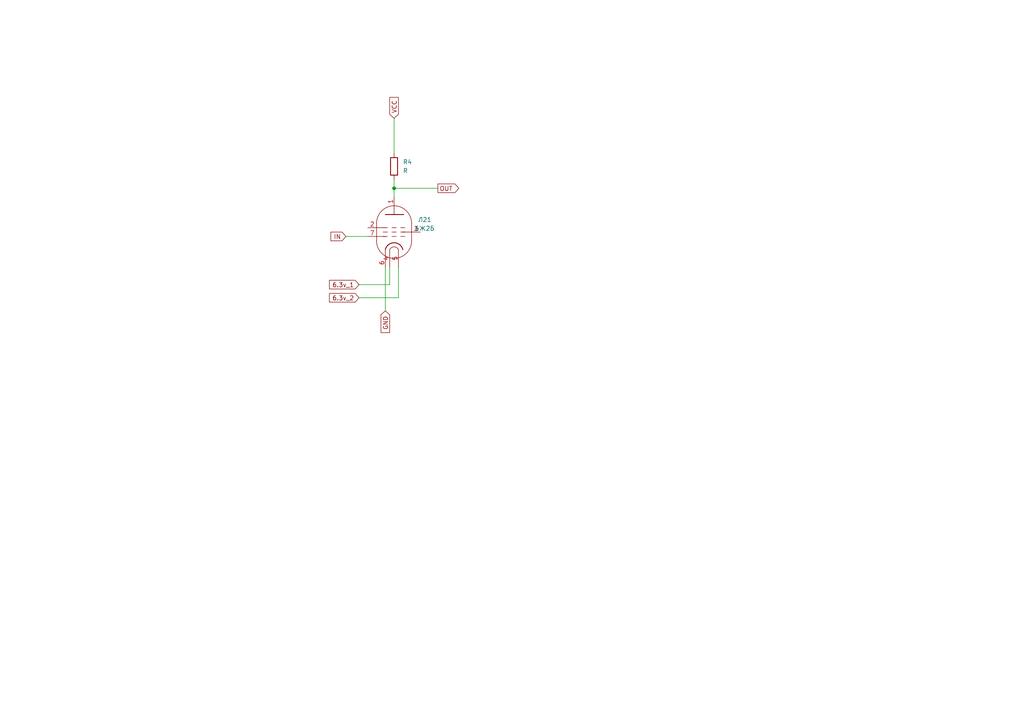
<source format=kicad_sch>
(kicad_sch
	(version 20231120)
	(generator "eeschema")
	(generator_version "8.0")
	(uuid "860c072e-a819-4afe-b56e-b8a8114f45fe")
	(paper "A4")
	(lib_symbols
		(symbol "Device:R"
			(pin_numbers hide)
			(pin_names
				(offset 0)
			)
			(exclude_from_sim no)
			(in_bom yes)
			(on_board yes)
			(property "Reference" "R"
				(at 2.032 0 90)
				(effects
					(font
						(size 1.27 1.27)
					)
				)
			)
			(property "Value" "R"
				(at 0 0 90)
				(effects
					(font
						(size 1.27 1.27)
					)
				)
			)
			(property "Footprint" ""
				(at -1.778 0 90)
				(effects
					(font
						(size 1.27 1.27)
					)
					(hide yes)
				)
			)
			(property "Datasheet" "~"
				(at 0 0 0)
				(effects
					(font
						(size 1.27 1.27)
					)
					(hide yes)
				)
			)
			(property "Description" "Resistor"
				(at 0 0 0)
				(effects
					(font
						(size 1.27 1.27)
					)
					(hide yes)
				)
			)
			(property "ki_keywords" "R res resistor"
				(at 0 0 0)
				(effects
					(font
						(size 1.27 1.27)
					)
					(hide yes)
				)
			)
			(property "ki_fp_filters" "R_*"
				(at 0 0 0)
				(effects
					(font
						(size 1.27 1.27)
					)
					(hide yes)
				)
			)
			(symbol "R_0_1"
				(rectangle
					(start -1.016 -2.54)
					(end 1.016 2.54)
					(stroke
						(width 0.254)
						(type default)
					)
					(fill
						(type none)
					)
				)
			)
			(symbol "R_1_1"
				(pin passive line
					(at 0 3.81 270)
					(length 1.27)
					(name "~"
						(effects
							(font
								(size 1.27 1.27)
							)
						)
					)
					(number "1"
						(effects
							(font
								(size 1.27 1.27)
							)
						)
					)
				)
				(pin passive line
					(at 0 -3.81 90)
					(length 1.27)
					(name "~"
						(effects
							(font
								(size 1.27 1.27)
							)
						)
					)
					(number "2"
						(effects
							(font
								(size 1.27 1.27)
							)
						)
					)
				)
			)
		)
		(symbol "vacuum_tube:6Ж2Б"
			(pin_names
				(offset 0) hide)
			(exclude_from_sim no)
			(in_bom yes)
			(on_board yes)
			(property "Reference" "Л"
				(at 3.302 7.874 0)
				(effects
					(font
						(size 1.27 1.27)
					)
				)
			)
			(property "Value" "6Ж2Б"
				(at 8.89 -7.62 0)
				(effects
					(font
						(size 1.27 1.27)
					)
				)
			)
			(property "Footprint" ""
				(at 6.858 -10.16 0)
				(effects
					(font
						(size 1.27 1.27)
					)
					(hide yes)
				)
			)
			(property "Datasheet" ""
				(at 0 0 0)
				(effects
					(font
						(size 1.27 1.27)
					)
					(hide yes)
				)
			)
			(property "Description" "Pentode"
				(at 0 0 0)
				(effects
					(font
						(size 1.27 1.27)
					)
					(hide yes)
				)
			)
			(property "ki_keywords" "pentode valve"
				(at 0 0 0)
				(effects
					(font
						(size 1.27 1.27)
					)
					(hide yes)
				)
			)
			(property "ki_fp_filters" "VALVE*NOVAL*P*"
				(at 0 0 0)
				(effects
					(font
						(size 1.27 1.27)
					)
					(hide yes)
				)
			)
			(symbol "6Ж2Б_0_1"
				(arc
					(start -5.08 -2.54)
					(mid 0 -7.5979)
					(end 5.08 -2.54)
					(stroke
						(width 0)
						(type default)
					)
					(fill
						(type none)
					)
				)
				(polyline
					(pts
						(xy 5.08 2.54) (xy 5.08 -2.54)
					)
					(stroke
						(width 0)
						(type default)
					)
					(fill
						(type none)
					)
				)
				(polyline
					(pts
						(xy -5.08 2.54) (xy -5.08 -2.54) (xy -5.08 -2.54)
					)
					(stroke
						(width 0)
						(type default)
					)
					(fill
						(type none)
					)
				)
				(arc
					(start 5.08 2.54)
					(mid 0 7.5979)
					(end -5.08 2.54)
					(stroke
						(width 0)
						(type default)
					)
					(fill
						(type none)
					)
				)
			)
			(symbol "6Ж2Б_1_0"
				(polyline
					(pts
						(xy -2.54 -5.08) (xy -2.54 -7.62)
					)
					(stroke
						(width 0)
						(type default)
					)
					(fill
						(type none)
					)
				)
				(polyline
					(pts
						(xy 0 5.08) (xy 0 7.62)
					)
					(stroke
						(width 0)
						(type default)
					)
					(fill
						(type none)
					)
				)
			)
			(symbol "6Ж2Б_1_1"
				(polyline
					(pts
						(xy -5.08 -1.27) (xy -2.54 -1.27)
					)
					(stroke
						(width 0)
						(type default)
					)
					(fill
						(type none)
					)
				)
				(polyline
					(pts
						(xy -5.08 1.27) (xy -2.54 1.27)
					)
					(stroke
						(width 0)
						(type default)
					)
					(fill
						(type none)
					)
				)
				(polyline
					(pts
						(xy -1.905 -1.27) (xy -3.175 -1.27)
					)
					(stroke
						(width 0.1524)
						(type default)
					)
					(fill
						(type none)
					)
				)
				(polyline
					(pts
						(xy -1.905 0) (xy -3.175 0)
					)
					(stroke
						(width 0.1524)
						(type default)
					)
					(fill
						(type none)
					)
				)
				(polyline
					(pts
						(xy -1.905 1.27) (xy -3.175 1.27)
					)
					(stroke
						(width 0.1524)
						(type default)
					)
					(fill
						(type none)
					)
				)
				(polyline
					(pts
						(xy -0.635 -1.27) (xy 0.635 -1.27)
					)
					(stroke
						(width 0.1524)
						(type default)
					)
					(fill
						(type none)
					)
				)
				(polyline
					(pts
						(xy -0.635 0) (xy 0.635 0)
					)
					(stroke
						(width 0.1524)
						(type default)
					)
					(fill
						(type none)
					)
				)
				(polyline
					(pts
						(xy -0.635 1.27) (xy 0.635 1.27)
					)
					(stroke
						(width 0.1524)
						(type default)
					)
					(fill
						(type none)
					)
				)
				(polyline
					(pts
						(xy 1.905 -1.27) (xy 3.175 -1.27)
					)
					(stroke
						(width 0.1524)
						(type default)
					)
					(fill
						(type none)
					)
				)
				(polyline
					(pts
						(xy 1.905 0) (xy 3.175 0)
					)
					(stroke
						(width 0.1524)
						(type default)
					)
					(fill
						(type none)
					)
				)
				(polyline
					(pts
						(xy 1.905 1.27) (xy 3.175 1.27)
					)
					(stroke
						(width 0.1524)
						(type default)
					)
					(fill
						(type none)
					)
				)
				(polyline
					(pts
						(xy 2.54 0) (xy 5.08 0)
					)
					(stroke
						(width 0)
						(type default)
					)
					(fill
						(type none)
					)
				)
				(polyline
					(pts
						(xy -2.54 5.08) (xy 2.794 5.08) (xy 2.794 5.08)
					)
					(stroke
						(width 0.254)
						(type default)
					)
					(fill
						(type none)
					)
				)
				(arc
					(start 1.27 -5.08)
					(mid 0 -4.2951)
					(end -1.27 -5.08)
					(stroke
						(width 0)
						(type default)
					)
					(fill
						(type none)
					)
				)
				(arc
					(start 2.54 -5.08)
					(mid 0 -3.0968)
					(end -2.54 -5.08)
					(stroke
						(width 0.254)
						(type default)
					)
					(fill
						(type none)
					)
				)
				(pin output line
					(at 0 10.16 270)
					(length 2.54)
					(name "A"
						(effects
							(font
								(size 1.27 1.27)
							)
						)
					)
					(number "1"
						(effects
							(font
								(size 1.27 1.27)
							)
						)
					)
				)
				(pin input line
					(at -7.62 1.27 0)
					(length 2.54)
					(name "G3"
						(effects
							(font
								(size 1.27 1.27)
							)
						)
					)
					(number "2"
						(effects
							(font
								(size 1.27 1.27)
							)
						)
					)
				)
				(pin input line
					(at 7.62 0 180)
					(length 2.54)
					(name "G"
						(effects
							(font
								(size 1.27 1.27)
							)
						)
					)
					(number "3"
						(effects
							(font
								(size 1.27 1.27)
							)
						)
					)
				)
				(pin power_in line
					(at -1.27 -10.16 90)
					(length 5.08)
					(name "F1"
						(effects
							(font
								(size 1.27 1.27)
							)
						)
					)
					(number "4"
						(effects
							(font
								(size 1.27 1.27)
							)
						)
					)
				)
				(pin power_in line
					(at 1.27 -10.16 90)
					(length 5.08)
					(name "F1"
						(effects
							(font
								(size 1.27 1.27)
							)
						)
					)
					(number "5"
						(effects
							(font
								(size 1.27 1.27)
							)
						)
					)
				)
				(pin bidirectional line
					(at -2.54 -10.16 90)
					(length 2.54)
					(name "K"
						(effects
							(font
								(size 1.27 1.27)
							)
						)
					)
					(number "6"
						(effects
							(font
								(size 1.27 1.27)
							)
						)
					)
				)
				(pin input line
					(at -7.62 -1.27 0)
					(length 2.54)
					(name "G1"
						(effects
							(font
								(size 1.27 1.27)
							)
						)
					)
					(number "7"
						(effects
							(font
								(size 1.27 1.27)
							)
						)
					)
				)
			)
		)
	)
	(junction
		(at 114.3 54.61)
		(diameter 0)
		(color 0 0 0 0)
		(uuid "f16f19c5-3218-470f-a93d-9624f5eb2e88")
	)
	(wire
		(pts
			(xy 104.14 82.55) (xy 113.03 82.55)
		)
		(stroke
			(width 0)
			(type default)
		)
		(uuid "1f5ccffc-e126-4df7-bd47-71867c20b9f1")
	)
	(wire
		(pts
			(xy 114.3 54.61) (xy 127 54.61)
		)
		(stroke
			(width 0)
			(type default)
		)
		(uuid "29874212-c05b-47d8-9a19-056d834a9648")
	)
	(wire
		(pts
			(xy 104.14 86.36) (xy 115.57 86.36)
		)
		(stroke
			(width 0)
			(type default)
		)
		(uuid "41f7ade7-4e40-4710-9bfc-2264e2529286")
	)
	(wire
		(pts
			(xy 100.33 68.58) (xy 106.68 68.58)
		)
		(stroke
			(width 0)
			(type default)
		)
		(uuid "8e108858-92ba-4686-b72f-f5511d211391")
	)
	(wire
		(pts
			(xy 114.3 34.29) (xy 114.3 44.45)
		)
		(stroke
			(width 0)
			(type default)
		)
		(uuid "935cf898-aff7-4d23-a46c-10ccde026478")
	)
	(wire
		(pts
			(xy 114.3 52.07) (xy 114.3 54.61)
		)
		(stroke
			(width 0)
			(type default)
		)
		(uuid "a20401ae-a002-4abd-b53a-f10e6829e2d9")
	)
	(wire
		(pts
			(xy 114.3 54.61) (xy 114.3 57.15)
		)
		(stroke
			(width 0)
			(type default)
		)
		(uuid "b3727684-7f93-44e3-8df1-bf5c42c2da64")
	)
	(wire
		(pts
			(xy 111.76 77.47) (xy 111.76 90.17)
		)
		(stroke
			(width 0)
			(type default)
		)
		(uuid "e5528e1a-3951-471f-a6ae-93dae21d4d2b")
	)
	(wire
		(pts
			(xy 113.03 82.55) (xy 113.03 77.47)
		)
		(stroke
			(width 0)
			(type default)
		)
		(uuid "f927791f-576a-45fc-b8ab-87ef97e863e4")
	)
	(wire
		(pts
			(xy 115.57 86.36) (xy 115.57 77.47)
		)
		(stroke
			(width 0)
			(type default)
		)
		(uuid "f953f2ea-2c35-491b-b0e1-ea84c77bfa52")
	)
	(global_label "IN"
		(shape input)
		(at 100.33 68.58 180)
		(fields_autoplaced yes)
		(effects
			(font
				(size 1.27 1.27)
			)
			(justify right)
		)
		(uuid "1bac309b-6c8c-4d1d-b72c-36fbf94725bb")
		(property "Intersheetrefs" "${INTERSHEET_REFS}"
			(at 95.4889 68.58 0)
			(effects
				(font
					(size 1.27 1.27)
				)
				(justify right)
				(hide yes)
			)
		)
	)
	(global_label "VCC"
		(shape input)
		(at 114.3 34.29 90)
		(fields_autoplaced yes)
		(effects
			(font
				(size 1.27 1.27)
			)
			(justify left)
		)
		(uuid "32262310-16f2-47a3-8456-ab7049fb297d")
		(property "Intersheetrefs" "${INTERSHEET_REFS}"
			(at 114.3 27.7556 90)
			(effects
				(font
					(size 1.27 1.27)
				)
				(justify left)
				(hide yes)
			)
		)
	)
	(global_label "6.3v_2"
		(shape input)
		(at 104.14 86.36 180)
		(fields_autoplaced yes)
		(effects
			(font
				(size 1.27 1.27)
			)
			(justify right)
		)
		(uuid "4b1a0378-371d-4ae8-a2aa-85a58c126e6e")
		(property "Intersheetrefs" "${INTERSHEET_REFS}"
			(at 95.0657 86.36 0)
			(effects
				(font
					(size 1.27 1.27)
				)
				(justify right)
				(hide yes)
			)
		)
	)
	(global_label "6.3v_1"
		(shape input)
		(at 104.14 82.55 180)
		(fields_autoplaced yes)
		(effects
			(font
				(size 1.27 1.27)
			)
			(justify right)
		)
		(uuid "71ff7ffc-9766-4f9d-b36e-2f35f176aabc")
		(property "Intersheetrefs" "${INTERSHEET_REFS}"
			(at 95.0657 82.55 0)
			(effects
				(font
					(size 1.27 1.27)
				)
				(justify right)
				(hide yes)
			)
		)
	)
	(global_label "GND"
		(shape input)
		(at 111.76 90.17 270)
		(fields_autoplaced yes)
		(effects
			(font
				(size 1.27 1.27)
			)
			(justify right)
		)
		(uuid "aec78d01-3434-4235-9309-8b93dff31009")
		(property "Intersheetrefs" "${INTERSHEET_REFS}"
			(at 111.76 96.9463 90)
			(effects
				(font
					(size 1.27 1.27)
				)
				(justify right)
				(hide yes)
			)
		)
	)
	(global_label "OUT"
		(shape output)
		(at 127 54.61 0)
		(fields_autoplaced yes)
		(effects
			(font
				(size 1.27 1.27)
			)
			(justify left)
		)
		(uuid "ff844662-6a5a-40dc-853d-0e690d026777")
		(property "Intersheetrefs" "${INTERSHEET_REFS}"
			(at 133.5344 54.61 0)
			(effects
				(font
					(size 1.27 1.27)
				)
				(justify left)
				(hide yes)
			)
		)
	)
	(symbol
		(lib_id "vacuum_tube:6Ж2Б")
		(at 114.3 67.31 0)
		(unit 1)
		(exclude_from_sim no)
		(in_bom yes)
		(on_board yes)
		(dnp no)
		(fields_autoplaced yes)
		(uuid "45b7c54c-640d-43c3-b26a-316662133c74")
		(property "Reference" "Л21"
			(at 123.19 63.7286 0)
			(effects
				(font
					(size 1.27 1.27)
				)
			)
		)
		(property "Value" "6Ж2Б"
			(at 123.19 66.2686 0)
			(effects
				(font
					(size 1.27 1.27)
				)
			)
		)
		(property "Footprint" ""
			(at 121.158 77.47 0)
			(effects
				(font
					(size 1.27 1.27)
				)
				(hide yes)
			)
		)
		(property "Datasheet" ""
			(at 114.3 67.31 0)
			(effects
				(font
					(size 1.27 1.27)
				)
				(hide yes)
			)
		)
		(property "Description" ""
			(at 114.3 67.31 0)
			(effects
				(font
					(size 1.27 1.27)
				)
				(hide yes)
			)
		)
		(pin "1"
			(uuid "85729701-a00d-43cc-ae89-495d1c9a2c43")
		)
		(pin "2"
			(uuid "7f752505-d386-4953-bf15-e7d0ca9e4f18")
		)
		(pin "3"
			(uuid "6f34b6a2-4908-42cb-8cda-8e88bcb83b8e")
		)
		(pin "4"
			(uuid "b03be8d4-a9d6-4497-a2d3-1617fdc10313")
		)
		(pin "5"
			(uuid "f9903d28-6ca2-4e16-b641-d115927b3297")
		)
		(pin "6"
			(uuid "0099a210-d413-4a83-a600-e00da2c6e9f4")
		)
		(pin "7"
			(uuid "1a411b75-3781-4187-881e-d3794fc90c79")
		)
		(instances
			(project "logic"
				(path "/4a711068-a8e1-4e6b-a86d-5e6a0e1204d9/85918b6c-fb45-4584-a179-f6dc16c120b2"
					(reference "Л21")
					(unit 1)
				)
			)
		)
	)
	(symbol
		(lib_id "Device:R")
		(at 114.3 48.26 0)
		(unit 1)
		(exclude_from_sim no)
		(in_bom yes)
		(on_board yes)
		(dnp no)
		(fields_autoplaced yes)
		(uuid "6041e026-04d5-4731-89a2-c0bfe1adf094")
		(property "Reference" "R4"
			(at 116.84 46.99 0)
			(effects
				(font
					(size 1.27 1.27)
				)
				(justify left)
			)
		)
		(property "Value" "R"
			(at 116.84 49.53 0)
			(effects
				(font
					(size 1.27 1.27)
				)
				(justify left)
			)
		)
		(property "Footprint" ""
			(at 112.522 48.26 90)
			(effects
				(font
					(size 1.27 1.27)
				)
				(hide yes)
			)
		)
		(property "Datasheet" "~"
			(at 114.3 48.26 0)
			(effects
				(font
					(size 1.27 1.27)
				)
				(hide yes)
			)
		)
		(property "Description" ""
			(at 114.3 48.26 0)
			(effects
				(font
					(size 1.27 1.27)
				)
				(hide yes)
			)
		)
		(pin "1"
			(uuid "75129f19-c31d-4fdb-a520-3c9477e65a1a")
		)
		(pin "2"
			(uuid "8ccc1908-a5f6-4bba-8aca-e573c0f05433")
		)
		(instances
			(project "logic"
				(path "/4a711068-a8e1-4e6b-a86d-5e6a0e1204d9/85918b6c-fb45-4584-a179-f6dc16c120b2"
					(reference "R4")
					(unit 1)
				)
			)
		)
	)
)

</source>
